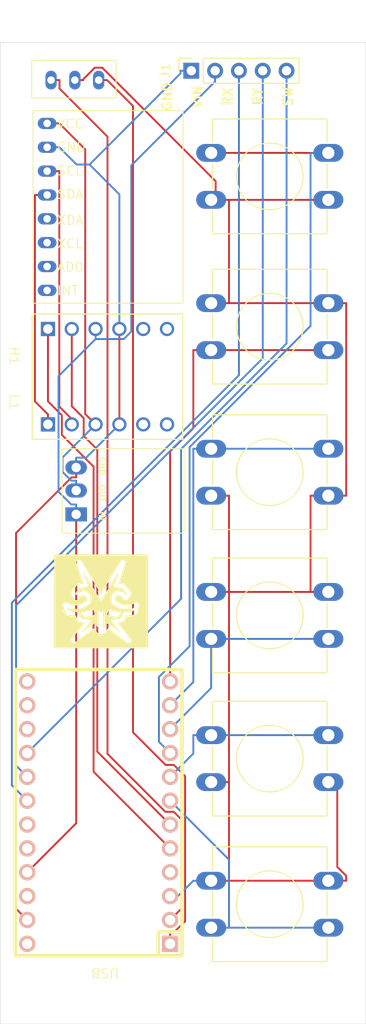
<source format=kicad_pcb>
(kicad_pcb (version 20240108) (generator "pcbnew") (generator_version "8.0")
  (layers (0 "F.Cu" signal) (31 "B.Cu" signal) (34 "B.Paste" user) (35 "F.Paste" user) (36 "B.SilkS" user "B.Silkscreen") (37 "F.SilkS" user "F.Silkscreen") (38 "B.Mask" user) (39 "F.Mask" user) (44 "Edge.Cuts" user))
  (net 0 "")
  (net 1 "Net-(MPU1-SDA)")
  (net 2 "Net-(MPU1-VCC)")
  (net 4 "Net-(J1-Pin_1)")
  (net 8 "Net-(MPU1-SCL)")
  (net 9 "Net-(J1-Pin_2)")
  (net 10 "Net-(U1-D7)")
  (net 11 "Net-(U1-D4)")
  (net 12 "Net-(U1-B5)")
  (net 14 "Net-(J1-Pin_4)")
  (net 15 "Net-(J1-Pin_5)")
  (net 16 "Net-(J1-Pin_3)")
  (net 17 "Net-(U1-SCL)")
  (net 18 "Net-(U1-E6)")
  (net 24 "Net-(SW5-C)")
  (net 25 "Net-(U1-SDA)")
  (net 26 "Net-(SW5-A)")
  (net 27 "Net-(U1-B4)")
  (net 32 "Net-(U1-C6)")
  (net 33 "Net-(SW5-B)")
  (footprint "Library:MPU6050 Accelerometer" (layer "F.Cu") (at 167.75 43.75)
    (property "Reference" "MPU1" (hide yes))
    (property "Value" "~" (hide yes))
    (fp_text user "XCL" (at -5.5 2.25 0) (layer "F.SilkS") (effects (font (thickness 0.1)) (justify left bottom)))
    (fp_text user "GND" (at -5.5 -8 0) (layer "F.SilkS") (effects (font (thickness 0.1)) (justify left bottom)))
    (fp_text user "XDA" (at -5.5 -0.25 0) (layer "F.SilkS") (effects (font (thickness 0.1)) (justify left bottom)))
    (fp_text user "AD0" (at -5.5 4.75 0) (layer "F.SilkS") (effects (font (thickness 0.1)) (justify left bottom)))
    (fp_text user "VCC" (at -5.5 -10.5 0) (layer "F.SilkS") (effects (font (thickness 0.1)) (justify left bottom)))
    (fp_text user "SCL" (at -5.5 -5.5 0) (layer "F.SilkS") (effects (font (thickness 0.1)) (justify left bottom)))
    (fp_text user "INT" (at -5.5 7.25 0) (layer "F.SilkS") (effects (font (thickness 0.1)) (justify left bottom)))
    (fp_text user "SDA" (at -5.5 -3 0) (layer "F.SilkS") (effects (font (thickness 0.1)) (justify left bottom)))
    (pad "1" thru_hole oval (at -6.5 -11.14 270) (size 1.2 2) (drill 0.8) (layers "*.Cu" "*.Mask") (net 2 "Net-(MPU1-VCC)"))
    (pad "2" thru_hole oval (at -6.5 -8.6 270) (size 1.2 2) (drill 0.8) (layers "*.Cu" "*.Mask") (net 4 "Net-(J1-Pin_1)"))
    (pad "3" thru_hole oval (at -6.5 -6.06 270) (size 1.2 2) (drill 0.8) (layers "*.Cu" "*.Mask") (net 8 "Net-(MPU1-SCL)"))
    (pad "4" thru_hole oval (at -6.5 -3.52 270) (size 1.2 2) (drill 0.8) (layers "*.Cu" "*.Mask") (net 1 "Net-(MPU1-SDA)"))
    (pad "5" thru_hole oval (at -6.5 -0.98 270) (size 1.2 2) (drill 0.8) (layers "*.Cu" "*.Mask"))
    (pad "6" thru_hole oval (at -6.5 1.56 270) (size 1.2 2) (drill 0.8) (layers "*.Cu" "*.Mask"))
    (pad "7" thru_hole oval (at -6.5 4.1 270) (size 1.2 2) (drill 0.8) (layers "*.Cu" "*.Mask"))
    (pad "8" thru_hole oval (at -6.5 6.64 270) (size 1.2 2) (drill 0.8) (layers "*.Cu" "*.Mask"))
  )
  (footprint "Library:SS12D00G SPDT Micro Switch" (layer "F.Cu") (at 164.21 28 180)
    (property "Reference" "SW5" (hide yes))
    (property "Value" "SW_SPDT" (hide yes))
    (pad "1" thru_hole oval (at -2.54 0 180) (size 1.2 2) (drill 0.8) (layers "*.Cu" "*.Mask") (net 26 "Net-(SW5-A)"))
    (pad "2" thru_hole oval (at 0 0 180) (size 1.2 2) (drill 0.8) (layers "*.Cu" "*.Mask") (net 33 "Net-(SW5-B)"))
    (pad "3" thru_hole oval (at 2.54 0 180) (size 1.2 2) (drill 0.8) (layers "*.Cu" "*.Mask") (net 24 "Net-(SW5-C)"))
  )
  (footprint "Button_Switch_THT:SW_PUSH-12mm" (layer "F.Cu") (at 191.25 87.5 180)
    (property "Reference" "SW6" (hide yes))
    (property "Value" "SW_Omron_B3FS")
    (pad "1" thru_hole oval (at 0 0 180) (size 3.2 1.9) (drill 1.3) (layers "*.Cu" "*.Mask") (net 18 "Net-(U1-E6)"))
    (pad "1" thru_hole oval (at 12.5 0 180) (size 3.2 1.9) (drill 1.3) (layers "*.Cu" "*.Mask") (net 18 "Net-(U1-E6)"))
    (pad "2" thru_hole oval (at 0 5 180) (size 3.2 1.9) (drill 1.3) (layers "*.Cu" "*.Mask") (net 33 "Net-(SW5-B)"))
    (pad "2" thru_hole oval (at 12.5 5 180) (size 3.2 1.9) (drill 1.3) (layers "*.Cu" "*.Mask") (net 33 "Net-(SW5-B)"))
  )
  (footprint "Library:SmallInvertVCR" (layer "F.Cu") (at 167 83.5)
    (property "Reference" "G***" (hide yes))
    (property "Value" "LOGO" (hide yes))
  )
  (footprint "ProMicroFootprint:ARDUINO_PRO_MICRO" (layer "F.Cu") (at 166.75 106 90)
    (property "Reference" "U1" (hide yes))
    (property "Value" "ProMicro" (hide yes))
    (pad "1" thru_hole rect (at -13.97 7.62 90) (size 1.7526 1.7526) (drill 1.0922) (layers "*.Cu" "*.SilkS" "*.Mask") (net 26 "Net-(SW5-A)"))
    (pad "2" thru_hole circle (at -11.43 7.62 90) (size 1.7526 1.7526) (drill 1.0922) (layers "*.Cu" "*.SilkS" "*.Mask") (net 24 "Net-(SW5-C)"))
    (pad "3" thru_hole circle (at -8.89 7.62 90) (size 1.7526 1.7526) (drill 1.0922) (layers "*.Cu" "*.SilkS" "*.Mask") (net 33 "Net-(SW5-B)"))
    (pad "4" thru_hole circle (at -6.35 7.62 90) (size 1.7526 1.7526) (drill 1.0922) (layers "*.Cu" "*.SilkS" "*.Mask"))
    (pad "5" thru_hole circle (at -3.81 7.62 90) (size 1.7526 1.7526) (drill 1.0922) (layers "*.Cu" "*.SilkS" "*.Mask") (net 25 "Net-(U1-SDA)"))
    (pad "6" thru_hole circle (at -1.27 7.62 90) (size 1.7526 1.7526) (drill 1.0922) (layers "*.Cu" "*.SilkS" "*.Mask") (net 17 "Net-(U1-SCL)"))
    (pad "7" thru_hole circle (at 1.27 7.62 90) (size 1.7526 1.7526) (drill 1.0922) (layers "*.Cu" "*.SilkS" "*.Mask") (net 11 "Net-(U1-D4)"))
    (pad "8" thru_hole circle (at 3.81 7.62 90) (size 1.7526 1.7526) (drill 1.0922) (layers "*.Cu" "*.SilkS" "*.Mask") (net 32 "Net-(U1-C6)"))
    (pad "9" thru_hole circle (at 6.35 7.62 90) (size 1.7526 1.7526) (drill 1.0922) (layers "*.Cu" "*.SilkS" "*.Mask") (net 10 "Net-(U1-D7)"))
    (pad "10" thru_hole circle (at 8.89 7.62 90) (size 1.7526 1.7526) (drill 1.0922) (layers "*.Cu" "*.SilkS" "*.Mask") (net 18 "Net-(U1-E6)"))
    (pad "11" thru_hole circle (at 11.43 7.62 90) (size 1.7526 1.7526) (drill 1.0922) (layers "*.Cu" "*.SilkS" "*.Mask") (net 27 "Net-(U1-B4)"))
    (pad "12" thru_hole circle (at 13.97 7.62 90) (size 1.7526 1.7526) (drill 1.0922) (layers "*.Cu" "*.SilkS" "*.Mask") (net 12 "Net-(U1-B5)"))
    (pad "13" thru_hole circle (at 13.97 -7.62 90) (size 1.7526 1.7526) (drill 1.0922) (layers "*.Cu" "*.SilkS" "*.Mask"))
    (pad "14" thru_hole circle (at 11.43 -7.62 90) (size 1.7526 1.7526) (drill 1.0922) (layers "*.Cu" "*.SilkS" "*.Mask"))
    (pad "15" thru_hole circle (at 8.89 -7.62 90) (size 1.7526 1.7526) (drill 1.0922) (layers "*.Cu" "*.SilkS" "*.Mask"))
    (pad "16" thru_hole circle (at 6.35 -7.62 90) (size 1.7526 1.7526) (drill 1.0922) (layers "*.Cu" "*.SilkS" "*.Mask") (net 15 "Net-(J1-Pin_5)"))
    (pad "17" thru_hole circle (at 3.81 -7.62 90) (size 1.7526 1.7526) (drill 1.0922) (layers "*.Cu" "*.SilkS" "*.Mask") (net 14 "Net-(J1-Pin_4)"))
    (pad "18" thru_hole circle (at 1.27 -7.62 90) (size 1.7526 1.7526) (drill 1.0922) (layers "*.Cu" "*.SilkS" "*.Mask") (net 16 "Net-(J1-Pin_3)"))
    (pad "19" thru_hole circle (at -1.27 -7.62 90) (size 1.7526 1.7526) (drill 1.0922) (layers "*.Cu" "*.SilkS" "*.Mask"))
    (pad "20" thru_hole circle (at -3.81 -7.62 90) (size 1.7526 1.7526) (drill 1.0922) (layers "*.Cu" "*.SilkS" "*.Mask"))
    (pad "21" thru_hole circle (at -6.35 -7.62 90) (size 1.7526 1.7526) (drill 1.0922) (layers "*.Cu" "*.SilkS" "*.Mask") (net 9 "Net-(J1-Pin_2)"))
    (pad "22" thru_hole circle (at -8.89 -7.62 90) (size 1.7526 1.7526) (drill 1.0922) (layers "*.Cu" "*.SilkS" "*.Mask"))
    (pad "23" thru_hole circle (at -11.43 -7.62 90) (size 1.7526 1.7526) (drill 1.0922) (layers "*.Cu" "*.SilkS" "*.Mask") (net 4 "Net-(J1-Pin_1)"))
    (pad "24" thru_hole circle (at -13.97 -7.62 90) (size 1.7526 1.7526) (drill 1.0922) (layers "*.Cu" "*.SilkS" "*.Mask"))
  )
  (footprint "Button_Switch_THT:SW_PUSH-12mm" (layer "F.Cu") (at 178.75 67.25)
    (property "Reference" "SW7" (hide yes))
    (property "Value" "SW_Omron_B3FS")
    (pad "1" thru_hole oval (at 0 0) (size 3.2 1.9) (drill 1.3) (layers "*.Cu" "*.Mask") (net 27 "Net-(U1-B4)"))
    (pad "1" thru_hole oval (at 12.5 0) (size 3.2 1.9) (drill 1.3) (layers "*.Cu" "*.Mask") (net 27 "Net-(U1-B4)"))
    (pad "2" thru_hole oval (at 0 5) (size 3.2 1.9) (drill 1.3) (layers "*.Cu" "*.Mask") (net 33 "Net-(SW5-B)"))
    (pad "2" thru_hole oval (at 12.5 5) (size 3.2 1.9) (drill 1.3) (layers "*.Cu" "*.Mask") (net 33 "Net-(SW5-B)"))
  )
  (footprint "Connector_PinSocket_2.54mm:PinSocket_1x05_P2.54mm_Vertical" (layer "F.Cu") (at 176.63 27 90)
    (property "Reference" "J1" (at 0 -2.77 90) (layer "F.SilkS"))
    (property "Value" "Conn_01x05_Socket")
    (pad "1" thru_hole rect (at 0 0 90) (size 1.7 1.7) (drill 1) (layers "*.Cu" "*.Mask") (net 4 "Net-(J1-Pin_1)"))
    (pad "2" thru_hole oval (at 0 2.54 90) (size 1.7 1.7) (drill 1) (layers "*.Cu" "*.Mask") (net 9 "Net-(J1-Pin_2)"))
    (pad "3" thru_hole oval (at 0 5.08 90) (size 1.7 1.7) (drill 1) (layers "*.Cu" "*.Mask") (net 16 "Net-(J1-Pin_3)"))
    (pad "4" thru_hole oval (at 0 7.62 90) (size 1.7 1.7) (drill 1) (layers "*.Cu" "*.Mask") (net 14 "Net-(J1-Pin_4)"))
    (pad "5" thru_hole oval (at 0 10.16 90) (size 1.7 1.7) (drill 1) (layers "*.Cu" "*.Mask") (net 15 "Net-(J1-Pin_5)"))
  )
  (footprint "Button_Switch_THT:SW_PUSH-12mm" (layer "F.Cu") (at 178.75 35.75)
    (property "Reference" "SW1" (hide yes))
    (property "Value" "SW_Omron_B3FS")
    (pad "1" thru_hole oval (at 0 0) (size 3.2 1.9) (drill 1.3) (layers "*.Cu" "*.Mask") (net 10 "Net-(U1-D7)"))
    (pad "1" thru_hole oval (at 12.5 0) (size 3.2 1.9) (drill 1.3) (layers "*.Cu" "*.Mask") (net 10 "Net-(U1-D7)"))
    (pad "2" thru_hole oval (at 0 5) (size 3.2 1.9) (drill 1.3) (layers "*.Cu" "*.Mask") (net 33 "Net-(SW5-B)"))
    (pad "2" thru_hole oval (at 12.5 5) (size 3.2 1.9) (drill 1.3) (layers "*.Cu" "*.Mask") (net 33 "Net-(SW5-B)"))
  )
  (footprint "Logic Converter:CONV_BOB-12009" (layer "F.Cu") (at 167.69 59.58 90)
    (property "Reference" "U3" (hide yes))
    (property "Value" "BOB-12009" (hide yes))
    (pad "GND_1" thru_hole circle (at 5.08 1.27 90) (size 1.524 1.524) (drill 1.016) (layers "*.Cu" "*.Mask") (net 4 "Net-(J1-Pin_1)"))
    (pad "GND_2" thru_hole circle (at -5.08 1.27 90) (size 1.524 1.524) (drill 1.016) (layers "*.Cu" "*.Mask") (net 4 "Net-(J1-Pin_1)"))
    (pad "HV" thru_hole circle (at 5.08 -1.27 90) (size 1.524 1.524) (drill 1.016) (layers "*.Cu" "*.Mask") (net 9 "Net-(J1-Pin_2)"))
    (pad "HV1" thru_hole rect (at 5.08 -6.35 90) (size 1.524 1.524) (drill 1.016) (layers "*.Cu" "*.Mask") (net 25 "Net-(U1-SDA)"))
    (pad "HV2" thru_hole circle (at 5.08 -3.81 90) (size 1.524 1.524) (drill 1.016) (layers "*.Cu" "*.Mask") (net 17 "Net-(U1-SCL)"))
    (pad "HV3" thru_hole circle (at 5.08 3.81 90) (size 1.524 1.524) (drill 1.016) (layers "*.Cu" "*.Mask"))
    (pad "HV4" thru_hole circle (at 5.08 6.35 90) (size 1.524 1.524) (drill 1.016) (layers "*.Cu" "*.Mask"))
    (pad "LV" thru_hole circle (at -5.08 -1.27 90) (size 1.524 1.524) (drill 1.016) (layers "*.Cu" "*.Mask") (net 2 "Net-(MPU1-VCC)"))
    (pad "LV1" thru_hole rect (at -5.08 -6.35 90) (size 1.524 1.524) (drill 1.016) (layers "*.Cu" "*.Mask") (net 1 "Net-(MPU1-SDA)"))
    (pad "LV2" thru_hole circle (at -5.08 -3.81 90) (size 1.524 1.524) (drill 1.016) (layers "*.Cu" "*.Mask") (net 8 "Net-(MPU1-SCL)"))
    (pad "LV3" thru_hole circle (at -5.08 3.81 90) (size 1.524 1.524) (drill 1.016) (layers "*.Cu" "*.Mask"))
    (pad "LV4" thru_hole circle (at -5.08 6.35 90) (size 1.524 1.524) (drill 1.016) (layers "*.Cu" "*.Mask"))
  )
  (footprint "Button_Switch_THT:SW_PUSH-12mm" (layer "F.Cu") (at 191.25 118.25 180)
    (property "Reference" "SW2" (hide yes))
    (property "Value" "SW_Omron_B3FS")
    (pad "1" thru_hole oval (at 0 0 180) (size 3.2 1.9) (drill 1.3) (layers "*.Cu" "*.Mask") (net 11 "Net-(U1-D4)"))
    (pad "1" thru_hole oval (at 12.5 0 180) (size 3.2 1.9) (drill 1.3) (layers "*.Cu" "*.Mask") (net 11 "Net-(U1-D4)"))
    (pad "2" thru_hole oval (at 0 5 180) (size 3.2 1.9) (drill 1.3) (layers "*.Cu" "*.Mask") (net 33 "Net-(SW5-B)"))
    (pad "2" thru_hole oval (at 12.5 5 180) (size 3.2 1.9) (drill 1.3) (layers "*.Cu" "*.Mask") (net 33 "Net-(SW5-B)"))
  )
  (footprint "Button_Switch_THT:SW_PUSH-12mm" (layer "F.Cu") (at 191.25 56.75 180)
    (property "Reference" "SW3" (hide yes))
    (property "Value" "SW_Omron_B3FS")
    (pad "1" thru_hole oval (at 0 0 180) (size 3.2 1.9) (drill 1.3) (layers "*.Cu" "*.Mask") (net 12 "Net-(U1-B5)"))
    (pad "1" thru_hole oval (at 12.5 0 180) (size 3.2 1.9) (drill 1.3) (layers "*.Cu" "*.Mask") (net 12 "Net-(U1-B5)"))
    (pad "2" thru_hole oval (at 0 5 180) (size 3.2 1.9) (drill 1.3) (layers "*.Cu" "*.Mask") (net 33 "Net-(SW5-B)"))
    (pad "2" thru_hole oval (at 12.5 5 180) (size 3.2 1.9) (drill 1.3) (layers "*.Cu" "*.Mask") (net 33 "Net-(SW5-B)"))
  )
  (footprint "Library:3.3v InOutGnd Voltage Regulator" (layer "F.Cu") (at 162.85 71.75 -90)
    (property "Reference" "U2" (hide yes))
    (property "Value" "~")
    (fp_text user "GND  OUT  IN" (at -0.25 -3.9 -90) (layer "F.SilkS") (effects (font (size 0.65 0.65) (thickness 0.125) (bold yes)) (justify bottom)))
    (pad "1" thru_hole rect (at 2.49 -1.5 270) (size 1.5 2.3) (drill 1) (layers "*.Cu" "*.Mask") (net 9 "Net-(J1-Pin_2)"))
    (pad "2" thru_hole oval (at -0.05 -1.5 270) (size 1.5 2.3) (drill 1) (layers "*.Cu" "*.Mask") (net 2 "Net-(MPU1-VCC)"))
    (pad "3" thru_hole oval (at -2.5 -1.5 270) (size 1.5 2.3) (drill 1) (layers "*.Cu" "*.Mask") (net 4 "Net-(J1-Pin_1)"))
  )
  (footprint "Button_Switch_THT:SW_PUSH-12mm" (layer "F.Cu") (at 178.75 97.75)
    (property "Reference" "SW4" (hide yes))
    (property "Value" "SW_Omron_B3FS")
    (pad "1" thru_hole oval (at 0 0) (size 3.2 1.9) (drill 1.3) (layers "*.Cu" "*.Mask") (net 32 "Net-(U1-C6)"))
    (pad "1" thru_hole oval (at 12.5 0) (size 3.2 1.9) (drill 1.3) (layers "*.Cu" "*.Mask") (net 32 "Net-(U1-C6)"))
    (pad "2" thru_hole oval (at 0 5) (size 3.2 1.9) (drill 1.3) (layers "*.Cu" "*.Mask") (net 33 "Net-(SW5-B)"))
    (pad "2" thru_hole oval (at 12.5 5) (size 3.2 1.9) (drill 1.3) (layers "*.Cu" "*.Mask") (net 33 "Net-(SW5-B)"))
  )
  (gr_rect (start 156.25 24) (end 195.25 128.5) (stroke (width 0.05)) (fill none) (layer "Edge.Cuts"))
  (gr_text "H1    L1" (at 157.75 59.75 -90) (layer "F.SilkS") (effects (font (size 1 1) (thickness 0.1))))
  (gr_text "GND\n\nVIN\n\nRX\n\nRY\n\nSW" (at 180.5 29.75 90) (layer "F.SilkS") (effects (font (size 1 1) (thickness 0.2) (bold yes))))
  (gr_text "USB" (at 169 122.5 180) (layer "F.SilkS") (effects (font (size 1 1) (thickness 0.1)) (justify left bottom)))
  (segment (start 161.25 40.23) (end 159.9483 40.23) (width 0.2) (layer "F.Cu") (net 1))
  (segment (start 159.9483 62.2046) (end 159.9483 40.23) (width 0.2) (layer "F.Cu") (net 1))
  (segment (start 161.34 64.66) (end 161.34 63.5963) (width 0.2) (layer "F.Cu") (net 1))
  (segment (start 161.34 63.5963) (end 159.9483 62.2046) (width 0.2) (layer "F.Cu") (net 1))
  (segment (start 165.3159 35.3742) (end 162.5517 32.61) (width 0.2) (layer "F.Cu") (net 2))
  (segment (start 166.42 64.66) (end 165.3159 63.5559) (width 0.2) (layer "F.Cu") (net 2))
  (segment (start 161.25 32.61) (end 162.5517 32.61) (width 0.2) (layer "F.Cu") (net 2))
  (segment (start 165.3159 63.5559) (end 165.3159 35.3742) (width 0.2) (layer "F.Cu") (net 2))
  (segment (start 163.8242 70.6483) (end 162.8907 69.7148) (width 0.2) (layer "B.Cu") (net 2))
  (segment (start 162.8907 68.1893) (end 166.42 64.66) (width 0.2) (layer "B.Cu") (net 2))
  (segment (start 164.35 71.7) (end 164.35 70.6483) (width 0.2) (layer "B.Cu") (net 2))
  (segment (start 164.35 70.6483) (end 163.8242 70.6483) (width 0.2) (layer "B.Cu") (net 2))
  (segment (start 162.8907 69.7148) (end 162.8907 68.1893) (width 0.2) (layer "B.Cu") (net 2))
  (segment (start 157.9369 116.2369) (end 159.13 117.43) (width 0.2) (layer "F.Cu") (net 4))
  (segment (start 164.35 70.3017) (end 163.8608 70.3017) (width 0.2) (layer "F.Cu") (net 4))
  (segment (start 163.8608 70.3017) (end 157.9369 76.2256) (width 0.2) (layer "F.Cu") (net 4))
  (segment (start 164.35 69.25) (end 164.35 70.3017) (width 0.2) (layer "F.Cu") (net 4))
  (segment (start 157.9369 76.2256) (end 157.9369 116.2369) (width 0.2) (layer "F.Cu") (net 4))
  (segment (start 168.96 64.66) (end 168.96 54.5) (width 0.2) (layer "F.Cu") (net 4))
  (segment (start 164.3917 36.99) (end 162.5517 35.15) (width 0.2) (layer "B.Cu") (net 4))
  (segment (start 168.96 54.5) (end 168.96 40.1741) (width 0.2) (layer "B.Cu") (net 4))
  (segment (start 164.35 68.1983) (end 165.4217 68.1983) (width 0.2) (layer "B.Cu") (net 4))
  (segment (start 164.35 69.25) (end 164.35 68.1983) (width 0.2) (layer "B.Cu") (net 4))
  (segment (start 168.96 40.1741) (end 165.7759 36.99) (width 0.2) (layer "B.Cu") (net 4))
  (segment (start 161.25 35.15) (end 162.5517 35.15) (width 0.2) (layer "B.Cu") (net 4))
  (segment (start 165.4217 68.1983) (end 168.96 64.66) (width 0.2) (layer "B.Cu") (net 4))
  (segment (start 165.7759 36.99) (end 175.4783 27.2876) (width 0.2) (layer "B.Cu") (net 4))
  (segment (start 175.4783 27.2876) (end 175.4783 27) (width 0.2) (layer "B.Cu") (net 4))
  (segment (start 176.63 27) (end 175.4783 27) (width 0.2) (layer "B.Cu") (net 4))
  (segment (start 165.7759 36.99) (end 164.3917 36.99) (width 0.2) (layer "B.Cu") (net 4))
  (segment (start 163.88 64.0921) (end 162.5517 62.7638) (width 0.2) (layer "F.Cu") (net 8))
  (segment (start 161.25 37.69) (end 162.5517 37.69) (width 0.2) (layer "F.Cu") (net 8))
  (segment (start 162.5517 62.7638) (end 162.5517 37.69) (width 0.2) (layer "F.Cu") (net 8))
  (segment (start 163.88 64.66) (end 163.88 64.0921) (width 0.2) (layer "F.Cu") (net 8))
  (segment (start 159.13 112.35) (end 164.35 107.13) (width 0.2) (layer "F.Cu") (net 9))
  (segment (start 164.35 107.13) (end 164.35 74.24) (width 0.2) (layer "F.Cu") (net 9))
  (segment (start 166.42 55.5731) (end 166.42 54.5) (width 0.2) (layer "B.Cu") (net 9))
  (segment (start 179.17 27) (end 179.17 28.1517) (width 0.2) (layer "B.Cu") (net 9))
  (segment (start 164.35 73.1883) (end 163.8242 73.1883) (width 0.2) (layer "B.Cu") (net 9))
  (segment (start 170.23 54.773) (end 170.23 37.0917) (width 0.2) (layer "B.Cu") (net 9))
  (segment (start 170.23 37.0917) (end 179.17 28.1517) (width 0.2) (layer "B.Cu") (net 9))
  (segment (start 166.42 55.5731) (end 169.4299 55.5731) (width 0.2) (layer "B.Cu") (net 9))
  (segment (start 162.4685 71.8326) (end 162.4685 59.5246) (width 0.2) (layer "B.Cu") (net 9))
  (segment (start 164.35 74.24) (end 164.35 73.1883) (width 0.2) (layer "B.Cu") (net 9))
  (segment (start 162.4685 59.5246) (end 166.42 55.5731) (width 0.2) (layer "B.Cu") (net 9))
  (segment (start 169.4299 55.5731) (end 170.23 54.773) (width 0.2) (layer "B.Cu") (net 9))
  (segment (start 163.8242 73.1883) (end 162.4685 71.8326) (width 0.2) (layer "B.Cu") (net 9))
  (segment (start 191.25 35.75) (end 178.75 35.75) (width 0.2) (layer "F.Cu") (net 10))
  (segment (start 189.3483 54.1819) (end 176.4466 67.0836) (width 0.2) (layer "B.Cu") (net 10))
  (segment (start 173.1769 98.4569) (end 174.37 99.65) (width 0.2) (layer "B.Cu") (net 10))
  (segment (start 173.1769 91.5572) (end 173.1769 98.4569) (width 0.2) (layer "B.Cu") (net 10))
  (segment (start 189.3483 35.75) (end 189.3483 54.1819) (width 0.2) (layer "B.Cu") (net 10))
  (segment (start 176.4466 88.2875) (end 173.1769 91.5572) (width 0.2) (layer "B.Cu") (net 10))
  (segment (start 176.4466 67.0836) (end 176.4466 88.2875) (width 0.2) (layer "B.Cu") (net 10))
  (segment (start 191.25 35.75) (end 189.3483 35.75) (width 0.2) (layer "B.Cu") (net 10))
  (segment (start 174.37 104.73) (end 180.6517 111.0117) (width 0.2) (layer "B.Cu") (net 11))
  (segment (start 178.75 118.25) (end 179.7009 118.25) (width 0.2) (layer "B.Cu") (net 11))
  (segment (start 180.6517 118.25) (end 191.25 118.25) (width 0.2) (layer "B.Cu") (net 11))
  (segment (start 180.6517 111.0117) (end 180.6517 118.25) (width 0.2) (layer "B.Cu") (net 11))
  (segment (start 179.7009 118.25) (end 180.6517 118.25) (width 0.2) (layer "B.Cu") (net 11))
  (segment (start 174.37 67.5468) (end 176.8483 65.0685) (width 0.2) (layer "F.Cu") (net 12))
  (segment (start 178.75 56.75) (end 176.8483 56.75) (width 0.2) (layer "F.Cu") (net 12))
  (segment (start 178.75 56.75) (end 191.25 56.75) (width 0.2) (layer "F.Cu") (net 12))
  (segment (start 176.8483 65.0685) (end 176.8483 56.75) (width 0.2) (layer "F.Cu") (net 12))
  (segment (start 174.37 92.03) (end 174.37 67.5468) (width 0.2) (layer "F.Cu") (net 12))
  (segment (start 159.13 102.19) (end 157.9414 101.0014) (width 0.2) (layer "B.Cu") (net 14))
  (segment (start 157.9414 101.0014) (end 157.9414 83.9253) (width 0.2) (layer "B.Cu") (net 14))
  (segment (start 157.9414 83.9253) (end 184.25 57.6167) (width 0.2) (layer "B.Cu") (net 14))
  (segment (start 184.25 57.6167) (end 184.25 27) (width 0.2) (layer "B.Cu") (net 14))
  (segment (start 175.5428 83.2372) (end 159.13 99.65) (width 0.2) (layer "B.Cu") (net 15))
  (segment (start 186.79 27) (end 186.79 56.0402) (width 0.2) (layer "B.Cu") (net 15))
  (segment (start 175.5429 67.2873) (end 175.5429 83.2372) (width 0.2) (layer "B.Cu") (net 15))
  (segment (start 175.5429 83.2372) (end 175.5428 83.2372) (width 0.2) (layer "B.Cu") (net 15))
  (segment (start 186.79 56.0402) (end 175.5429 67.2873) (width 0.2) (layer "B.Cu") (net 15))
  (segment (start 157.4894 103.0894) (end 159.13 104.73) (width 0.2) (layer "B.Cu") (net 16))
  (segment (start 181.71 27) (end 181.71 59.4259) (width 0.2) (layer "B.Cu") (net 16))
  (segment (start 157.4894 83.6465) (end 157.4894 103.0894) (width 0.2) (layer "B.Cu") (net 16))
  (segment (start 181.71 59.4259) (end 157.4894 83.6465) (width 0.2) (layer "B.Cu") (net 16))
  (segment (start 165.15 63.9916) (end 163.88 62.7216) (width 0.2) (layer "F.Cu") (net 17))
  (segment (start 163.88 62.7216) (end 163.88 54.5) (width 0.2) (layer "F.Cu") (net 17))
  (segment (start 166.6051 99.5051) (end 166.6051 67.3399) (width 0.2) (layer "F.Cu") (net 17))
  (segment (start 165.15 65.8848) (end 165.15 63.9916) (width 0.2) (layer "F.Cu") (net 17))
  (segment (start 166.6051 67.3399) (end 165.15 65.8848) (width 0.2) (layer "F.Cu") (net 17))
  (segment (start 174.37 107.27) (end 166.6051 99.5051) (width 0.2) (layer "F.Cu") (net 17))
  (segment (start 174.37 97.11) (end 178.75 92.73) (width 0.2) (layer "B.Cu") (net 18))
  (segment (start 178.75 92.73) (end 178.75 87.5) (width 0.2) (layer "B.Cu") (net 18))
  (segment (start 191.25 87.5) (end 189.3483 87.5) (width 0.2) (layer "B.Cu") (net 18))
  (segment (start 178.75 87.5) (end 189.3483 87.5) (width 0.2) (layer "B.Cu") (net 18))
  (segment (start 162.5717 28.9017) (end 162.5717 28) (width 0.2) (layer "F.Cu") (net 24))
  (segment (start 173.8613 105.908) (end 167.69 99.7367) (width 0.2) (layer "F.Cu") (net 24))
  (segment (start 175.5576 106.7107) (end 174.7549 105.908) (width 0.2) (layer "F.Cu") (net 24))
  (segment (start 174.37 117.43) (end 175.5576 116.2424) (width 0.2) (layer "F.Cu") (net 24))
  (segment (start 167.69 99.7367) (end 167.69 34.02) (width 0.2) (layer "F.Cu") (net 24))
  (segment (start 161.67 28) (end 162.5717 28) (width 0.2) (layer "F.Cu") (net 24))
  (segment (start 174.7549 105.908) (end 173.8613 105.908) (width 0.2) (layer "F.Cu") (net 24))
  (segment (start 167.69 34.02) (end 162.5717 28.9017) (width 0.2) (layer "F.Cu") (net 24))
  (segment (start 175.5576 116.2424) (end 175.5576 106.7107) (width 0.2) (layer "F.Cu") (net 24))
  (segment (start 161.34 62.2027) (end 161.34 54.5) (width 0.2) (layer "F.Cu") (net 25))
  (segment (start 166.2034 69.1564) (end 162.8163 65.7693) (width 0.2) (layer "F.Cu") (net 25))
  (segment (start 162.8163 65.7693) (end 162.8163 63.679) (width 0.2) (layer "F.Cu") (net 25))
  (segment (start 162.8163 63.679) (end 161.34 62.2027) (width 0.2) (layer "F.Cu") (net 25))
  (segment (start 166.2034 101.6434) (end 166.2034 69.1564) (width 0.2) (layer "F.Cu") (net 25))
  (segment (start 174.37 109.81) (end 166.2034 101.6434) (width 0.2) (layer "F.Cu") (net 25))
  (segment (start 175.9704 117.5597) (end 174.7381 118.792) (width 0.2) (layer "F.Cu") (net 26))
  (segment (start 175.9704 102.1229) (end 175.9704 117.5597) (width 0.2) (layer "F.Cu") (net 26))
  (segment (start 173.8821 100.92) (end 174.7675 100.92) (width 0.2) (layer "F.Cu") (net 26))
  (segment (start 174.37 119.97) (end 174.37 118.792) (width 0.2) (layer "F.Cu") (net 26))
  (segment (start 174.7675 100.92) (end 175.9704 102.1229) (width 0.2) (layer "F.Cu") (net 26))
  (segment (start 166.75 28) (end 167.6517 28) (width 0.2) (layer "F.Cu") (net 26))
  (segment (start 174.7381 118.792) (end 174.37 118.792) (width 0.2) (layer "F.Cu") (net 26))
  (segment (start 167.6517 28) (end 170.4116 30.7599) (width 0.2) (layer "F.Cu") (net 26))
  (segment (start 170.4116 30.7599) (end 170.4116 97.4495) (width 0.2) (layer "F.Cu") (net 26))
  (segment (start 170.4116 97.4495) (end 173.8821 100.92) (width 0.2) (layer "F.Cu") (net 26))
  (segment (start 174.37 94.57) (end 176.8483 92.0917) (width 0.2) (layer "B.Cu") (net 27))
  (segment (start 191.25 67.25) (end 178.75 67.25) (width 0.2) (layer "B.Cu") (net 27))
  (segment (start 176.8483 92.0917) (end 176.8483 67.25) (width 0.2) (layer "B.Cu") (net 27))
  (segment (start 178.75 67.25) (end 176.8483 67.25) (width 0.2) (layer "B.Cu") (net 27))
  (segment (start 176.8483 97.75) (end 176.8483 99.7117) (width 0.2) (layer "B.Cu") (net 32))
  (segment (start 176.8483 99.7117) (end 174.37 102.19) (width 0.2) (layer "B.Cu") (net 32))
  (segment (start 178.75 97.75) (end 176.8483 97.75) (width 0.2) (layer "B.Cu") (net 32))
  (segment (start 191.25 97.75) (end 178.75 97.75) (width 0.2) (layer "B.Cu") (net 32))
  (segment (start 167.128 26.6733) (end 166.3417 26.6733) (width 0.2) (layer "F.Cu") (net 33))
  (segment (start 178.75 72.25) (end 180.6517 72.25) (width 0.2) (layer "F.Cu") (net 33))
  (segment (start 178.75 51.75) (end 179.7009 51.75) (width 0.2) (layer "F.Cu") (net 33))
  (segment (start 191.25 72.25) (end 189.3483 72.25) (width 0.2) (layer "F.Cu") (net 33))
  (segment (start 165.1117 27.9033) (end 165.1117 28) (width 0.2) (layer "F.Cu") (net 33))
  (segment (start 191.25 113.25) (end 193.1517 113.25) (width 0.2) (layer "F.Cu") (net 33))
  (segment (start 178.75 102.75) (end 180.5509 102.75) (width 0.2) (layer "F.Cu") (net 33))
  (segment (start 180.6517 102.7485) (end 180.6517 82.5) (width 0.2) (layer "F.Cu") (net 33))
  (segment (start 191.25 102.75) (end 192.2009 102.75) (width 0.2) (layer "F.Cu") (net 33))
  (segment (start 180.6502 102.75) (end 180.6517 102.75) (width 0.2) (layer "F.Cu") (net 33))
  (segment (start 179.7009 51.75) (end 180.6517 51.75) (width 0.2) (layer "F.Cu") (net 33))
  (segment (start 180.6517 102.75) (end 180.6517 113.25) (width 0.2) (layer "F.Cu") (net 33))
  (segment (start 179.2255 40.75) (end 179.7009 40.75) (width 0.2) (layer "F.Cu") (net 33))
  (segment (start 189.3483 82.5) (end 180.6517 82.5) (width 0.2) (layer "F.Cu") (net 33))
  (segment (start 191.25 51.75) (end 193.1517 51.75) (width 0.2) (layer "F.Cu") (net 33))
  (segment (start 193.1517 112.7315) (end 193.1517 113.25) (width 0.2) (layer "F.Cu") (net 33))
  (segment (start 191.25 82.5) (end 189.3483 82.5) (width 0.2) (layer "F.Cu") (net 33))
  (segment (start 191.25 72.25) (end 193.1517 72.25) (width 0.2) (layer "F.Cu") (net 33))
  (segment (start 179.7009 40.75) (end 180.6517 40.75) (width 0.2) (layer "F.Cu") (net 33))
  (segment (start 180.6502 102.75) (end 180.6517 102.7485) (width 0.2) (layer "F.Cu") (net 33))
  (segment (start 180.5509 102.75) (end 180.6502 102.75) (width 0.2) (layer "F.Cu") (net 33))
  (segment (start 192.2009 111.7808) (end 192.201 111.7808) (width 0.2) (layer "F.Cu") (net 33))
  (segment (start 192.2009 102.75) (end 192.2009 111.7808) (width 0.2) (layer "F.Cu") (net 33))
  (segment (start 164.21 28) (end 165.1117 28) (width 0.2) (layer "F.Cu") (net 33))
  (segment (start 178.75 113.25) (end 180.6517 113.25) (width 0.2) (layer "F.Cu") (net 33))
  (segment (start 191.25 113.25) (end 180.6517 113.25) (width 0.2) (layer "F.Cu") (net 33))
  (segment (start 180.6517 51.75) (end 191.25 51.75) (width 0.2) (layer "F.Cu") (net 33))
  (segment (start 178.75 40.75) (end 179.2255 40.75) (width 0.2) (layer "F.Cu") (net 33))
  (segment (start 180.6517 72.25) (end 180.6517 82.5) (width 0.2) (layer "F.Cu") (net 33))
  (segment (start 179.2255 38.7708) (end 167.128 26.6733) (width 0.2) (layer "F.Cu") (net 33))
  (segment (start 166.3417 26.6733) (end 165.1117 27.9033) (width 0.2) (layer "F.Cu") (net 33))
  (segment (start 179.2255 40.75) (end 179.2255 38.7708) (width 0.2) (layer "F.Cu") (net 33))
  (segment (start 192.201 111.7808) (end 193.1517 112.7315) (width 0.2) (layer "F.Cu") (net 33))
  (segment (start 180.6517 40.75) (end 191.25 40.75) (width 0.2) (layer "F.Cu") (net 33))
  (segment (start 193.1517 51.75) (end 193.1517 72.25) (width 0.2) (layer "F.Cu") (net 33))
  (segment (start 178.75 82.5) (end 180.6517 82.5) (width 0.2) (layer "F.Cu") (net 33))
  (segment (start 180.6517 40.75) (end 180.6517 51.75) (width 0.2) (layer "F.Cu") (net 33))
  (segment (start 189.3483 82.5) (end 189.3483 72.25) (width 0.2) (layer "F.Cu") (net 33))
  (segment (start 178.75 113.25) (end 176.8483 113.25) (width 0.2) (layer "B.Cu") (net 33))
  (segment (start 175.2083 114.89) (end 176.8483 113.25) (width 0.2) (layer "B.Cu") (net 33))
  (segment (start 174.37 114.89) (end 175.2083 114.89) (width 0.2) (layer "B.Cu") (net 33))
)
</source>
